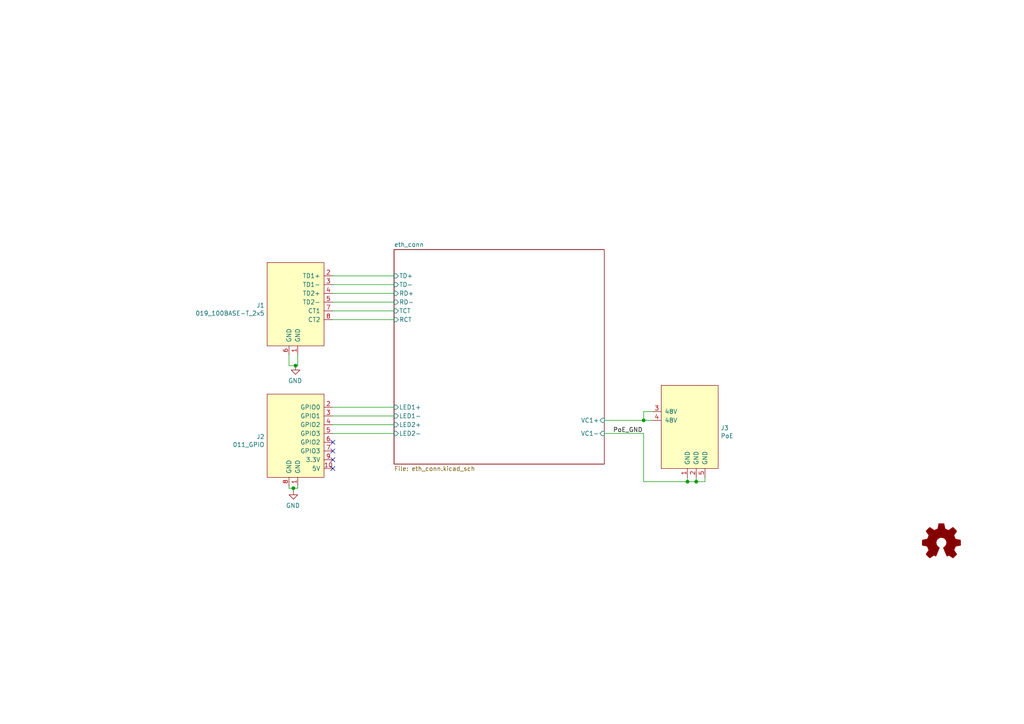
<source format=kicad_sch>
(kicad_sch (version 20211123) (generator eeschema)

  (uuid 57732dd3-1162-4c3f-88bd-31bf473d124d)

  (paper "A4")

  (lib_symbols
    (symbol "Graphic:Logo_Open_Hardware_Small" (pin_names (offset 1.016)) (in_bom yes) (on_board yes)
      (property "Reference" "#LOGO" (id 0) (at 0 6.985 0)
        (effects (font (size 1.27 1.27)) hide)
      )
      (property "Value" "Logo_Open_Hardware_Small" (id 1) (at 0 -5.715 0)
        (effects (font (size 1.27 1.27)) hide)
      )
      (property "Footprint" "" (id 2) (at 0 0 0)
        (effects (font (size 1.27 1.27)) hide)
      )
      (property "Datasheet" "~" (id 3) (at 0 0 0)
        (effects (font (size 1.27 1.27)) hide)
      )
      (property "ki_keywords" "Logo" (id 4) (at 0 0 0)
        (effects (font (size 1.27 1.27)) hide)
      )
      (property "ki_description" "Open Hardware logo, small" (id 5) (at 0 0 0)
        (effects (font (size 1.27 1.27)) hide)
      )
      (symbol "Logo_Open_Hardware_Small_0_1"
        (polyline
          (pts
            (xy 3.3528 -4.3434)
            (xy 3.302 -4.318)
            (xy 3.175 -4.2418)
            (xy 2.9972 -4.1148)
            (xy 2.7686 -3.9624)
            (xy 2.54 -3.81)
            (xy 2.3622 -3.7084)
            (xy 2.2352 -3.6068)
            (xy 2.1844 -3.5814)
            (xy 2.159 -3.6068)
            (xy 2.0574 -3.6576)
            (xy 1.905 -3.7338)
            (xy 1.8034 -3.7846)
            (xy 1.6764 -3.8354)
            (xy 1.6002 -3.8354)
            (xy 1.6002 -3.8354)
            (xy 1.5494 -3.7338)
            (xy 1.4732 -3.5306)
            (xy 1.3462 -3.302)
            (xy 1.2446 -3.0226)
            (xy 1.1176 -2.7178)
            (xy 0.9652 -2.413)
            (xy 0.8636 -2.1082)
            (xy 0.7366 -1.8288)
            (xy 0.6604 -1.6256)
            (xy 0.6096 -1.4732)
            (xy 0.5842 -1.397)
            (xy 0.5842 -1.397)
            (xy 0.6604 -1.3208)
            (xy 0.7874 -1.2446)
            (xy 1.0414 -1.016)
            (xy 1.2954 -0.6858)
            (xy 1.4478 -0.3302)
            (xy 1.524 0.0762)
            (xy 1.4732 0.4572)
            (xy 1.3208 0.8128)
            (xy 1.0668 1.143)
            (xy 0.762 1.3716)
            (xy 0.4064 1.524)
            (xy 0 1.5748)
            (xy -0.381 1.5494)
            (xy -0.7366 1.397)
            (xy -1.0668 1.143)
            (xy -1.2192 0.9906)
            (xy -1.397 0.6604)
            (xy -1.524 0.3048)
            (xy -1.524 0.2286)
            (xy -1.4986 -0.1778)
            (xy -1.397 -0.5334)
            (xy -1.1938 -0.8636)
            (xy -0.9144 -1.143)
            (xy -0.8636 -1.1684)
            (xy -0.7366 -1.27)
            (xy -0.635 -1.3462)
            (xy -0.5842 -1.397)
            (xy -1.0668 -2.5908)
            (xy -1.143 -2.794)
            (xy -1.2954 -3.1242)
            (xy -1.397 -3.4036)
            (xy -1.4986 -3.6322)
            (xy -1.5748 -3.7846)
            (xy -1.6002 -3.8354)
            (xy -1.6002 -3.8354)
            (xy -1.651 -3.8354)
            (xy -1.7272 -3.81)
            (xy -1.905 -3.7338)
            (xy -2.0066 -3.683)
            (xy -2.1336 -3.6068)
            (xy -2.2098 -3.5814)
            (xy -2.2606 -3.6068)
            (xy -2.3622 -3.683)
            (xy -2.54 -3.81)
            (xy -2.7686 -3.9624)
            (xy -2.9718 -4.0894)
            (xy -3.1496 -4.2164)
            (xy -3.302 -4.318)
            (xy -3.3528 -4.3434)
            (xy -3.3782 -4.3434)
            (xy -3.429 -4.318)
            (xy -3.5306 -4.2164)
            (xy -3.7084 -4.064)
            (xy -3.937 -3.8354)
            (xy -3.9624 -3.81)
            (xy -4.1656 -3.6068)
            (xy -4.318 -3.4544)
            (xy -4.4196 -3.3274)
            (xy -4.445 -3.2766)
            (xy -4.445 -3.2766)
            (xy -4.4196 -3.2258)
            (xy -4.318 -3.0734)
            (xy -4.2164 -2.8956)
            (xy -4.064 -2.667)
            (xy -3.6576 -2.0828)
            (xy -3.8862 -1.5494)
            (xy -3.937 -1.3716)
            (xy -4.0386 -1.1684)
            (xy -4.0894 -1.0414)
            (xy -4.1148 -0.9652)
            (xy -4.191 -0.9398)
            (xy -4.318 -0.9144)
            (xy -4.5466 -0.8636)
            (xy -4.8006 -0.8128)
            (xy -5.0546 -0.7874)
            (xy -5.2578 -0.7366)
            (xy -5.4356 -0.7112)
            (xy -5.5118 -0.6858)
            (xy -5.5118 -0.6858)
            (xy -5.5372 -0.635)
            (xy -5.5372 -0.5588)
            (xy -5.5372 -0.4318)
            (xy -5.5626 -0.2286)
            (xy -5.5626 0.0762)
            (xy -5.5626 0.127)
            (xy -5.5372 0.4064)
            (xy -5.5372 0.635)
            (xy -5.5372 0.762)
            (xy -5.5372 0.8382)
            (xy -5.5372 0.8382)
            (xy -5.461 0.8382)
            (xy -5.3086 0.889)
            (xy -5.08 0.9144)
            (xy -4.826 0.9652)
            (xy -4.8006 0.9906)
            (xy -4.5466 1.0414)
            (xy -4.318 1.0668)
            (xy -4.1656 1.1176)
            (xy -4.0894 1.143)
            (xy -4.0894 1.143)
            (xy -4.0386 1.2446)
            (xy -3.9624 1.4224)
            (xy -3.8608 1.6256)
            (xy -3.7846 1.8288)
            (xy -3.7084 2.0066)
            (xy -3.6576 2.159)
            (xy -3.6322 2.2098)
            (xy -3.6322 2.2098)
            (xy -3.683 2.286)
            (xy -3.7592 2.413)
            (xy -3.8862 2.5908)
            (xy -4.064 2.8194)
            (xy -4.064 2.8448)
            (xy -4.2164 3.0734)
            (xy -4.3434 3.2512)
            (xy -4.4196 3.3782)
            (xy -4.445 3.4544)
            (xy -4.445 3.4544)
            (xy -4.3942 3.5052)
            (xy -4.2926 3.6322)
            (xy -4.1148 3.81)
            (xy -3.937 4.0132)
            (xy -3.8608 4.064)
            (xy -3.6576 4.2926)
            (xy -3.5052 4.4196)
            (xy -3.4036 4.4958)
            (xy -3.3528 4.5212)
            (xy -3.3528 4.5212)
            (xy -3.302 4.4704)
            (xy -3.1496 4.3688)
            (xy -2.9718 4.2418)
            (xy -2.7432 4.0894)
            (xy -2.7178 4.0894)
            (xy -2.4892 3.937)
            (xy -2.3114 3.81)
            (xy -2.1844 3.7084)
            (xy -2.1336 3.683)
            (xy -2.1082 3.683)
            (xy -2.032 3.7084)
            (xy -1.8542 3.7592)
            (xy -1.6764 3.8354)
            (xy -1.4732 3.937)
            (xy -1.27 4.0132)
            (xy -1.143 4.064)
            (xy -1.0668 4.1148)
            (xy -1.0668 4.1148)
            (xy -1.0414 4.191)
            (xy -1.016 4.3434)
            (xy -0.9652 4.572)
            (xy -0.9144 4.8514)
            (xy -0.889 4.9022)
            (xy -0.8382 5.1562)
            (xy -0.8128 5.3848)
            (xy -0.7874 5.5372)
            (xy -0.762 5.588)
            (xy -0.7112 5.6134)
            (xy -0.5842 5.6134)
            (xy -0.4064 5.6134)
            (xy -0.1524 5.6134)
            (xy 0.0762 5.6134)
            (xy 0.3302 5.6134)
            (xy 0.5334 5.6134)
            (xy 0.6858 5.588)
            (xy 0.7366 5.588)
            (xy 0.7366 5.588)
            (xy 0.762 5.5118)
            (xy 0.8128 5.334)
            (xy 0.8382 5.1054)
            (xy 0.9144 4.826)
            (xy 0.9144 4.7752)
            (xy 0.9652 4.5212)
            (xy 1.016 4.2926)
            (xy 1.0414 4.1402)
            (xy 1.0668 4.0894)
            (xy 1.0668 4.0894)
            (xy 1.1938 4.0386)
            (xy 1.3716 3.9624)
            (xy 1.5748 3.8608)
            (xy 2.0828 3.6576)
            (xy 2.7178 4.0894)
            (xy 2.7686 4.1402)
            (xy 2.9972 4.2926)
            (xy 3.175 4.4196)
            (xy 3.302 4.4958)
            (xy 3.3782 4.5212)
            (xy 3.3782 4.5212)
            (xy 3.429 4.4704)
            (xy 3.556 4.3434)
            (xy 3.7338 4.191)
            (xy 3.9116 3.9878)
            (xy 4.064 3.8354)
            (xy 4.2418 3.6576)
            (xy 4.3434 3.556)
            (xy 4.4196 3.4798)
            (xy 4.4196 3.429)
            (xy 4.4196 3.4036)
            (xy 4.3942 3.3274)
            (xy 4.2926 3.2004)
            (xy 4.1656 2.9972)
            (xy 4.0132 2.794)
            (xy 3.8862 2.5908)
            (xy 3.7592 2.3876)
            (xy 3.6576 2.2352)
            (xy 3.6322 2.159)
            (xy 3.6322 2.1336)
            (xy 3.683 2.0066)
            (xy 3.7592 1.8288)
            (xy 3.8608 1.6002)
            (xy 4.064 1.1176)
            (xy 4.3942 1.0414)
            (xy 4.5974 1.016)
            (xy 4.8768 0.9652)
            (xy 5.1308 0.9144)
            (xy 5.5372 0.8382)
            (xy 5.5626 -0.6604)
            (xy 5.4864 -0.6858)
            (xy 5.4356 -0.6858)
            (xy 5.2832 -0.7366)
            (xy 5.0546 -0.762)
            (xy 4.8006 -0.8128)
            (xy 4.5974 -0.8636)
            (xy 4.3688 -0.9144)
            (xy 4.2164 -0.9398)
            (xy 4.1402 -0.9398)
            (xy 4.1148 -0.9652)
            (xy 4.064 -1.0668)
            (xy 3.9878 -1.2446)
            (xy 3.9116 -1.4478)
            (xy 3.81 -1.651)
            (xy 3.7338 -1.8542)
            (xy 3.683 -2.0066)
            (xy 3.6576 -2.0828)
            (xy 3.683 -2.1336)
            (xy 3.7846 -2.2606)
            (xy 3.8862 -2.4638)
            (xy 4.0386 -2.667)
            (xy 4.191 -2.8956)
            (xy 4.318 -3.0734)
            (xy 4.3942 -3.2004)
            (xy 4.445 -3.2766)
            (xy 4.4196 -3.3274)
            (xy 4.3434 -3.429)
            (xy 4.1656 -3.5814)
            (xy 3.937 -3.8354)
            (xy 3.8862 -3.8608)
            (xy 3.683 -4.064)
            (xy 3.5306 -4.2164)
            (xy 3.4036 -4.318)
            (xy 3.3528 -4.3434)
          )
          (stroke (width 0) (type default) (color 0 0 0 0))
          (fill (type outline))
        )
      )
    )
    (symbol "power:GND" (power) (pin_names (offset 0)) (in_bom yes) (on_board yes)
      (property "Reference" "#PWR" (id 0) (at 0 -6.35 0)
        (effects (font (size 1.27 1.27)) hide)
      )
      (property "Value" "GND" (id 1) (at 0 -3.81 0)
        (effects (font (size 1.27 1.27)))
      )
      (property "Footprint" "" (id 2) (at 0 0 0)
        (effects (font (size 1.27 1.27)) hide)
      )
      (property "Datasheet" "" (id 3) (at 0 0 0)
        (effects (font (size 1.27 1.27)) hide)
      )
      (property "ki_keywords" "power-flag" (id 4) (at 0 0 0)
        (effects (font (size 1.27 1.27)) hide)
      )
      (property "ki_description" "Power symbol creates a global label with name \"GND\" , ground" (id 5) (at 0 0 0)
        (effects (font (size 1.27 1.27)) hide)
      )
      (symbol "GND_0_1"
        (polyline
          (pts
            (xy 0 0)
            (xy 0 -1.27)
            (xy 1.27 -1.27)
            (xy 0 -2.54)
            (xy -1.27 -1.27)
            (xy 0 -1.27)
          )
          (stroke (width 0) (type default) (color 0 0 0 0))
          (fill (type none))
        )
      )
      (symbol "GND_1_1"
        (pin power_in line (at 0 0 270) (length 0) hide
          (name "GND" (effects (font (size 1.27 1.27))))
          (number "1" (effects (font (size 1.27 1.27))))
        )
      )
    )
    (symbol "put_on_edge:011_GPIO" (pin_names (offset 1.016)) (in_bom yes) (on_board yes)
      (property "Reference" "J" (id 0) (at -2.54 13.97 0)
        (effects (font (size 1.27 1.27)))
      )
      (property "Value" "011_GPIO" (id 1) (at 8.89 13.97 0)
        (effects (font (size 1.27 1.27)))
      )
      (property "Footprint" "" (id 2) (at 7.62 16.51 0)
        (effects (font (size 1.27 1.27)) hide)
      )
      (property "Datasheet" "" (id 3) (at 7.62 16.51 0)
        (effects (font (size 1.27 1.27)) hide)
      )
      (symbol "011_GPIO_0_1"
        (rectangle (start -8.89 12.7) (end 7.62 -11.43)
          (stroke (width 0) (type default) (color 0 0 0 0))
          (fill (type background))
        )
      )
      (symbol "011_GPIO_1_1"
        (pin power_in line (at -1.27 -13.97 90) (length 2.54)
          (name "GND" (effects (font (size 1.27 1.27))))
          (number "1" (effects (font (size 1.27 1.27))))
        )
        (pin power_in line (at -11.43 -8.89 0) (length 2.54)
          (name "5V" (effects (font (size 1.27 1.27))))
          (number "10" (effects (font (size 1.27 1.27))))
        )
        (pin bidirectional line (at -11.43 8.89 0) (length 2.54)
          (name "GPIO0" (effects (font (size 1.27 1.27))))
          (number "2" (effects (font (size 1.27 1.27))))
        )
        (pin bidirectional line (at -11.43 6.35 0) (length 2.54)
          (name "GPIO1" (effects (font (size 1.27 1.27))))
          (number "3" (effects (font (size 1.27 1.27))))
        )
        (pin bidirectional line (at -11.43 3.81 0) (length 2.54)
          (name "GPIO2" (effects (font (size 1.27 1.27))))
          (number "4" (effects (font (size 1.27 1.27))))
        )
        (pin bidirectional line (at -11.43 1.27 0) (length 2.54)
          (name "GPIO3" (effects (font (size 1.27 1.27))))
          (number "5" (effects (font (size 1.27 1.27))))
        )
        (pin bidirectional line (at -11.43 -1.27 0) (length 2.54)
          (name "GPIO2" (effects (font (size 1.27 1.27))))
          (number "6" (effects (font (size 1.27 1.27))))
        )
        (pin bidirectional line (at -11.43 -3.81 0) (length 2.54)
          (name "GPIO3" (effects (font (size 1.27 1.27))))
          (number "7" (effects (font (size 1.27 1.27))))
        )
        (pin power_in line (at 1.27 -13.97 90) (length 2.54)
          (name "GND" (effects (font (size 1.27 1.27))))
          (number "8" (effects (font (size 1.27 1.27))))
        )
        (pin power_in line (at -11.43 -6.35 0) (length 2.54)
          (name "3.3V" (effects (font (size 1.27 1.27))))
          (number "9" (effects (font (size 1.27 1.27))))
        )
      )
    )
    (symbol "put_on_edge:013_PoE_rectified" (pin_names (offset 1.016)) (in_bom yes) (on_board yes)
      (property "Reference" "J" (id 0) (at -2.54 13.97 0)
        (effects (font (size 1.27 1.27)))
      )
      (property "Value" "013_PoE_rectified" (id 1) (at 8.89 13.97 0)
        (effects (font (size 1.27 1.27)))
      )
      (property "Footprint" "" (id 2) (at 7.62 16.51 0)
        (effects (font (size 1.27 1.27)) hide)
      )
      (property "Datasheet" "" (id 3) (at 7.62 16.51 0)
        (effects (font (size 1.27 1.27)) hide)
      )
      (symbol "013_PoE_rectified_0_1"
        (rectangle (start -8.89 12.7) (end 7.62 -11.43)
          (stroke (width 0) (type default) (color 0 0 0 0))
          (fill (type background))
        )
      )
      (symbol "013_PoE_rectified_1_1"
        (pin power_in line (at -1.27 -13.97 90) (length 2.54)
          (name "GND" (effects (font (size 1.27 1.27))))
          (number "1" (effects (font (size 1.27 1.27))))
        )
        (pin power_in line (at 1.27 -13.97 90) (length 2.54)
          (name "GND" (effects (font (size 1.27 1.27))))
          (number "2" (effects (font (size 1.27 1.27))))
        )
        (pin bidirectional line (at -11.43 5.08 0) (length 2.54)
          (name "48V" (effects (font (size 1.27 1.27))))
          (number "3" (effects (font (size 1.27 1.27))))
        )
        (pin bidirectional line (at -11.43 2.54 0) (length 2.54)
          (name "48V" (effects (font (size 1.27 1.27))))
          (number "4" (effects (font (size 1.27 1.27))))
        )
        (pin power_in line (at 3.81 -13.97 90) (length 2.54)
          (name "GND" (effects (font (size 1.27 1.27))))
          (number "5" (effects (font (size 1.27 1.27))))
        )
      )
    )
    (symbol "put_on_edge:019_100BASE-T_with_CT" (pin_names (offset 1.016)) (in_bom yes) (on_board yes)
      (property "Reference" "J" (id 0) (at -2.54 13.97 0)
        (effects (font (size 1.27 1.27)))
      )
      (property "Value" "019_100BASE-T_with_CT" (id 1) (at 8.89 13.97 0)
        (effects (font (size 1.27 1.27)))
      )
      (property "Footprint" "" (id 2) (at 7.62 16.51 0)
        (effects (font (size 1.27 1.27)) hide)
      )
      (property "Datasheet" "" (id 3) (at 7.62 16.51 0)
        (effects (font (size 1.27 1.27)) hide)
      )
      (symbol "019_100BASE-T_with_CT_0_1"
        (rectangle (start -8.89 12.7) (end 7.62 -11.43)
          (stroke (width 0) (type default) (color 0 0 0 0))
          (fill (type background))
        )
      )
      (symbol "019_100BASE-T_with_CT_1_1"
        (pin power_in line (at -1.27 -13.97 90) (length 2.54)
          (name "GND" (effects (font (size 1.27 1.27))))
          (number "1" (effects (font (size 1.27 1.27))))
        )
        (pin bidirectional line (at -11.43 8.89 0) (length 2.54)
          (name "TD1+" (effects (font (size 1.27 1.27))))
          (number "2" (effects (font (size 1.27 1.27))))
        )
        (pin bidirectional line (at -11.43 6.35 0) (length 2.54)
          (name "TD1-" (effects (font (size 1.27 1.27))))
          (number "3" (effects (font (size 1.27 1.27))))
        )
        (pin bidirectional line (at -11.43 3.81 0) (length 2.54)
          (name "TD2+" (effects (font (size 1.27 1.27))))
          (number "4" (effects (font (size 1.27 1.27))))
        )
        (pin bidirectional line (at -11.43 1.27 0) (length 2.54)
          (name "TD2-" (effects (font (size 1.27 1.27))))
          (number "5" (effects (font (size 1.27 1.27))))
        )
        (pin power_in line (at 1.27 -13.97 90) (length 2.54)
          (name "GND" (effects (font (size 1.27 1.27))))
          (number "6" (effects (font (size 1.27 1.27))))
        )
        (pin bidirectional line (at -11.43 -1.27 0) (length 2.54)
          (name "CT1" (effects (font (size 1.27 1.27))))
          (number "7" (effects (font (size 1.27 1.27))))
        )
        (pin bidirectional line (at -11.43 -3.81 0) (length 2.54)
          (name "CT2" (effects (font (size 1.27 1.27))))
          (number "8" (effects (font (size 1.27 1.27))))
        )
      )
    )
  )

  (junction (at 201.93 139.7) (diameter 0) (color 0 0 0 0)
    (uuid 127a55b5-50a4-4838-a06f-c525f10b57bb)
  )
  (junction (at 85.725 106.045) (diameter 0) (color 0 0 0 0)
    (uuid 5aafcf01-fb3f-49fb-8941-2033b31b88b8)
  )
  (junction (at 199.39 139.7) (diameter 0) (color 0 0 0 0)
    (uuid a852a358-d368-44e6-892e-8eae9a913b93)
  )
  (junction (at 85.09 141.605) (diameter 0) (color 0 0 0 0)
    (uuid bba6d678-eacf-40ae-bce5-b77fe64432f8)
  )
  (junction (at 186.69 121.92) (diameter 0) (color 0 0 0 0)
    (uuid d27cccc5-cd8c-4e97-a76c-b1f7859d0d94)
  )

  (no_connect (at 96.52 130.81) (uuid 2354a85d-9ced-45cf-a69f-21e777b9790d))
  (no_connect (at 96.52 133.35) (uuid 84126f56-7be8-4ea9-8395-faddfcdcf13b))
  (no_connect (at 96.52 128.27) (uuid af2ab361-80e3-4ec8-bc32-e1ab28bd39f5))
  (no_connect (at 96.52 135.89) (uuid c705a860-44c2-4a67-9ebc-5e816b24a852))

  (wire (pts (xy 96.52 92.71) (xy 114.3 92.71))
    (stroke (width 0) (type default) (color 0 0 0 0))
    (uuid 117e5a9b-c8ea-4cc6-92cb-64f90249bc62)
  )
  (wire (pts (xy 186.69 121.92) (xy 189.23 121.92))
    (stroke (width 0) (type default) (color 0 0 0 0))
    (uuid 124d9087-8221-4229-adb6-2ae670030fda)
  )
  (wire (pts (xy 186.69 125.73) (xy 175.26 125.73))
    (stroke (width 0) (type default) (color 0 0 0 0))
    (uuid 2b13f983-316a-4842-8331-4553da079739)
  )
  (wire (pts (xy 96.52 90.17) (xy 114.3 90.17))
    (stroke (width 0) (type default) (color 0 0 0 0))
    (uuid 2ddc3e7e-797b-49e1-afb6-7125b9aad27e)
  )
  (wire (pts (xy 96.52 87.63) (xy 114.3 87.63))
    (stroke (width 0) (type default) (color 0 0 0 0))
    (uuid 2de0d24e-0737-44b1-864d-8f036c4b90b3)
  )
  (wire (pts (xy 199.39 139.7) (xy 199.39 138.43))
    (stroke (width 0) (type default) (color 0 0 0 0))
    (uuid 2ebb0f11-0d70-49f0-b7df-d36eb71eb548)
  )
  (wire (pts (xy 83.82 102.87) (xy 83.82 106.045))
    (stroke (width 0) (type default) (color 0 0 0 0))
    (uuid 325087db-cfae-4612-b7b2-c9211bd1709c)
  )
  (wire (pts (xy 85.09 142.24) (xy 85.09 141.605))
    (stroke (width 0) (type default) (color 0 0 0 0))
    (uuid 35d95c6d-a2ab-4a13-b647-61ec6615ae02)
  )
  (wire (pts (xy 85.09 141.605) (xy 83.82 141.605))
    (stroke (width 0) (type default) (color 0 0 0 0))
    (uuid 4f6f2117-5057-48d9-a129-5266c8e9b374)
  )
  (wire (pts (xy 96.52 82.55) (xy 114.3 82.55))
    (stroke (width 0) (type default) (color 0 0 0 0))
    (uuid 57215775-2704-421e-96b3-58c51c8d898c)
  )
  (wire (pts (xy 175.26 121.92) (xy 186.69 121.92))
    (stroke (width 0) (type default) (color 0 0 0 0))
    (uuid 5d43f098-10db-4ca7-b26b-a0a405235fe6)
  )
  (wire (pts (xy 204.47 138.43) (xy 204.47 139.7))
    (stroke (width 0) (type default) (color 0 0 0 0))
    (uuid 5e04b27d-f21f-409e-af05-cf710c7e391e)
  )
  (wire (pts (xy 201.93 139.7) (xy 201.93 138.43))
    (stroke (width 0) (type default) (color 0 0 0 0))
    (uuid 621b63e1-17e4-40d1-845b-caa12c4c9fc0)
  )
  (wire (pts (xy 86.36 106.045) (xy 85.725 106.045))
    (stroke (width 0) (type default) (color 0 0 0 0))
    (uuid 67f7798b-045b-4007-be3a-6e7451482cc3)
  )
  (wire (pts (xy 86.36 102.87) (xy 86.36 106.045))
    (stroke (width 0) (type default) (color 0 0 0 0))
    (uuid 730554a3-e1d9-4903-8841-e327a0167d32)
  )
  (wire (pts (xy 96.52 125.73) (xy 114.3 125.73))
    (stroke (width 0) (type default) (color 0 0 0 0))
    (uuid 845388ac-66ac-40a4-817a-e869afcf261d)
  )
  (wire (pts (xy 186.69 139.7) (xy 186.69 125.73))
    (stroke (width 0) (type default) (color 0 0 0 0))
    (uuid 85e234c8-b169-42ff-b48f-c6072decee94)
  )
  (wire (pts (xy 204.47 139.7) (xy 201.93 139.7))
    (stroke (width 0) (type default) (color 0 0 0 0))
    (uuid 87d0b72c-129b-4f4a-97ee-ca3771905a9b)
  )
  (wire (pts (xy 83.82 141.605) (xy 83.82 140.97))
    (stroke (width 0) (type default) (color 0 0 0 0))
    (uuid 8902355f-a283-417b-a56e-7486a74deea3)
  )
  (wire (pts (xy 201.93 139.7) (xy 199.39 139.7))
    (stroke (width 0) (type default) (color 0 0 0 0))
    (uuid 9025fcc2-eff0-460c-bd48-990c14e09005)
  )
  (wire (pts (xy 96.52 118.11) (xy 114.3 118.11))
    (stroke (width 0) (type default) (color 0 0 0 0))
    (uuid 994ac788-4a84-4463-ab76-dd6b1c5a3a7b)
  )
  (wire (pts (xy 86.36 141.605) (xy 85.09 141.605))
    (stroke (width 0) (type default) (color 0 0 0 0))
    (uuid a5ca22b4-fe07-4db3-a818-5c8352349e8e)
  )
  (wire (pts (xy 186.69 121.92) (xy 186.69 119.38))
    (stroke (width 0) (type default) (color 0 0 0 0))
    (uuid aa68af98-2cf9-4c64-8fb4-e727c8f15732)
  )
  (wire (pts (xy 96.52 123.19) (xy 114.3 123.19))
    (stroke (width 0) (type default) (color 0 0 0 0))
    (uuid ba23f3b1-fbef-4a43-aed0-7d814490fbfb)
  )
  (wire (pts (xy 186.69 119.38) (xy 189.23 119.38))
    (stroke (width 0) (type default) (color 0 0 0 0))
    (uuid c485a92b-13fb-4e12-93f7-38702fd431c1)
  )
  (wire (pts (xy 199.39 139.7) (xy 186.69 139.7))
    (stroke (width 0) (type default) (color 0 0 0 0))
    (uuid c4fbeb37-858d-4e14-b6d4-6c0c35df3862)
  )
  (wire (pts (xy 96.52 80.01) (xy 114.3 80.01))
    (stroke (width 0) (type default) (color 0 0 0 0))
    (uuid ccb9f56d-ea3e-4f92-87d4-a76d15478d8b)
  )
  (wire (pts (xy 86.36 140.97) (xy 86.36 141.605))
    (stroke (width 0) (type default) (color 0 0 0 0))
    (uuid d6d8ac55-9656-43fe-82e9-3f1e57d84407)
  )
  (wire (pts (xy 85.725 106.045) (xy 83.82 106.045))
    (stroke (width 0) (type default) (color 0 0 0 0))
    (uuid f13f3882-b110-4d39-9986-6b7e7b0b235f)
  )
  (wire (pts (xy 96.52 120.65) (xy 114.3 120.65))
    (stroke (width 0) (type default) (color 0 0 0 0))
    (uuid f91374b4-10cd-4c7a-8891-a3d0af71bd95)
  )
  (wire (pts (xy 96.52 85.09) (xy 114.3 85.09))
    (stroke (width 0) (type default) (color 0 0 0 0))
    (uuid ff688d75-0e3e-4fb8-9ad4-6fdf06b815d7)
  )

  (label "PoE_GND" (at 177.8 125.73 0)
    (effects (font (size 1.27 1.27)) (justify left bottom))
    (uuid 6b6da605-d3f3-4eca-a2e6-ba949735cf8d)
  )

  (symbol (lib_id "put_on_edge:019_100BASE-T_with_CT") (at 85.09 88.9 0) (mirror y) (unit 1)
    (in_bom yes) (on_board yes)
    (uuid 36426c34-0860-4141-ab49-8355065598f0)
    (property "Reference" "J1" (id 0) (at 76.7588 88.5698 0)
      (effects (font (size 1.27 1.27)) (justify left))
    )
    (property "Value" "019_100BASE-T_2x5" (id 1) (at 76.7588 90.8812 0)
      (effects (font (size 1.27 1.27)) (justify left))
    )
    (property "Footprint" "on_edge:on_edge_2x05_device" (id 2) (at 77.47 72.39 0)
      (effects (font (size 1.27 1.27)) hide)
    )
    (property "Datasheet" "" (id 3) (at 77.47 72.39 0)
      (effects (font (size 1.27 1.27)) hide)
    )
    (pin "1" (uuid 0d6c356e-dd77-4fd4-a739-d5f83bfa8d1f))
    (pin "2" (uuid 03ca9324-0133-4d68-a755-2fef725b3ee7))
    (pin "3" (uuid 6d41b503-1a7b-4873-80fc-542e219a87cd))
    (pin "4" (uuid 61d87ebf-c32d-4e41-a293-49890117e2d8))
    (pin "5" (uuid 5c9de6f3-dbee-48fd-bd02-fa7e2d78cbbc))
    (pin "6" (uuid b55d691c-03c2-41ac-865e-c24d1d7fe597))
    (pin "7" (uuid e2081140-bb87-4c00-8554-066727eac1ea))
    (pin "8" (uuid 376aa9c9-8f75-4917-b5cb-2c9a127ec247))
  )

  (symbol (lib_id "power:GND") (at 85.09 142.24 0) (mirror y) (unit 1)
    (in_bom yes) (on_board yes)
    (uuid 3eddb795-dd49-4019-96a8-75e65ea1a268)
    (property "Reference" "#PWR0101" (id 0) (at 85.09 148.59 0)
      (effects (font (size 1.27 1.27)) hide)
    )
    (property "Value" "GND" (id 1) (at 84.963 146.6342 0))
    (property "Footprint" "" (id 2) (at 85.09 142.24 0)
      (effects (font (size 1.27 1.27)) hide)
    )
    (property "Datasheet" "" (id 3) (at 85.09 142.24 0)
      (effects (font (size 1.27 1.27)) hide)
    )
    (pin "1" (uuid 2e1363a7-d251-499d-b717-bfaafdbd9233))
  )

  (symbol (lib_id "put_on_edge:013_PoE_rectified") (at 200.66 124.46 0) (unit 1)
    (in_bom yes) (on_board yes)
    (uuid 6be6e038-969d-4ffb-9913-09142fb5930f)
    (property "Reference" "J3" (id 0) (at 208.9912 124.1298 0)
      (effects (font (size 1.27 1.27)) (justify left))
    )
    (property "Value" "PoE" (id 1) (at 208.9912 126.4412 0)
      (effects (font (size 1.27 1.27)) (justify left))
    )
    (property "Footprint" "on_edge:on_edge_2x05_host" (id 2) (at 208.28 107.95 0)
      (effects (font (size 1.27 1.27)) hide)
    )
    (property "Datasheet" "" (id 3) (at 208.28 107.95 0)
      (effects (font (size 1.27 1.27)) hide)
    )
    (pin "1" (uuid c23dd4a1-6a70-4646-be08-33baed305e08))
    (pin "2" (uuid 1690c972-40cf-4155-82d7-cd506fd9c3fa))
    (pin "3" (uuid d3304ef0-27d0-4344-8967-41e2acc056fc))
    (pin "4" (uuid 3bba7aa0-f36d-45c7-b8c8-dcc3cf7348c0))
    (pin "5" (uuid 6d703a6d-44de-48ee-8e20-60fdbfcf3c16))
  )

  (symbol (lib_id "Graphic:Logo_Open_Hardware_Small") (at 273.05 157.48 0) (unit 1)
    (in_bom yes) (on_board yes) (fields_autoplaced)
    (uuid b72b6f4a-7489-40f2-bb90-d75ae01aa368)
    (property "Reference" "LOGO1" (id 0) (at 273.05 150.495 0)
      (effects (font (size 1.27 1.27)) hide)
    )
    (property "Value" "Logo_Open_Hardware_Small" (id 1) (at 273.05 163.195 0)
      (effects (font (size 1.27 1.27)) hide)
    )
    (property "Footprint" "Symbol:OSHW-Symbol_6.7x6mm_SilkScreen" (id 2) (at 273.05 157.48 0)
      (effects (font (size 1.27 1.27)) hide)
    )
    (property "Datasheet" "~" (id 3) (at 273.05 157.48 0)
      (effects (font (size 1.27 1.27)) hide)
    )
  )

  (symbol (lib_id "put_on_edge:011_GPIO") (at 85.09 127 0) (mirror y) (unit 1)
    (in_bom yes) (on_board yes)
    (uuid d14fe22e-fe77-47cc-8ed5-bd3f571f9cb2)
    (property "Reference" "J2" (id 0) (at 76.7588 126.6698 0)
      (effects (font (size 1.27 1.27)) (justify left))
    )
    (property "Value" "011_GPIO" (id 1) (at 76.7588 128.9812 0)
      (effects (font (size 1.27 1.27)) (justify left))
    )
    (property "Footprint" "on_edge:on_edge_2x05_device" (id 2) (at 77.47 110.49 0)
      (effects (font (size 1.27 1.27)) hide)
    )
    (property "Datasheet" "" (id 3) (at 77.47 110.49 0)
      (effects (font (size 1.27 1.27)) hide)
    )
    (pin "1" (uuid 95b6abbc-064e-4275-ae6c-2139a8e67ab5))
    (pin "10" (uuid af1be7ac-ecaa-483b-82c9-48c8e183c8b5))
    (pin "2" (uuid 45ffc31e-acac-472c-8dc3-f7c5a22a4ccc))
    (pin "3" (uuid d4f3b3b6-a68c-4d95-9b6a-c29a0a7cf0fb))
    (pin "4" (uuid 3883873f-8da3-4c87-a3e0-d6e19a80d1b1))
    (pin "5" (uuid 48dc9e94-e5a2-4d8e-87e1-daab07f98212))
    (pin "6" (uuid b237ef0b-479d-4b12-bcc8-e3fe94173a3c))
    (pin "7" (uuid 0e97ae09-f1ca-448b-b2d9-7bfa4706fb71))
    (pin "8" (uuid 66b2b99c-51c6-4fb6-bd15-b270549570c8))
    (pin "9" (uuid b19a6830-2bc1-4a7f-bfed-bb1825cf12c4))
  )

  (symbol (lib_id "power:GND") (at 85.725 106.045 0) (mirror y) (unit 1)
    (in_bom yes) (on_board yes)
    (uuid ef32577b-dc91-4572-90e6-1264ff8e5fa9)
    (property "Reference" "#PWR0102" (id 0) (at 85.725 112.395 0)
      (effects (font (size 1.27 1.27)) hide)
    )
    (property "Value" "GND" (id 1) (at 85.598 110.4392 0))
    (property "Footprint" "" (id 2) (at 85.725 106.045 0)
      (effects (font (size 1.27 1.27)) hide)
    )
    (property "Datasheet" "" (id 3) (at 85.725 106.045 0)
      (effects (font (size 1.27 1.27)) hide)
    )
    (pin "1" (uuid bf0bd1dd-097a-41bd-a78b-71b4fd7140dc))
  )

  (sheet (at 114.3 72.39) (size 60.96 62.23) (fields_autoplaced)
    (stroke (width 0.1524) (type solid) (color 0 0 0 0))
    (fill (color 0 0 0 0.0000))
    (uuid 767ce4c6-0e55-4543-92f0-34cb8237a544)
    (property "Sheet name" "eth_conn" (id 0) (at 114.3 71.6784 0)
      (effects (font (size 1.27 1.27)) (justify left bottom))
    )
    (property "Sheet file" "eth_conn.kicad_sch" (id 1) (at 114.3 135.2046 0)
      (effects (font (size 1.27 1.27)) (justify left top))
    )
    (pin "LED2-" input (at 114.3 125.73 180)
      (effects (font (size 1.27 1.27)) (justify left))
      (uuid 08ff133b-1b11-4ecd-b163-77703ef23301)
    )
    (pin "LED2+" input (at 114.3 123.19 180)
      (effects (font (size 1.27 1.27)) (justify left))
      (uuid 83eb1272-da36-479b-a269-f5b6491ed485)
    )
    (pin "LED1-" input (at 114.3 120.65 180)
      (effects (font (size 1.27 1.27)) (justify left))
      (uuid 97ecb429-1099-4928-bc23-34ac22e63bfb)
    )
    (pin "LED1+" input (at 114.3 118.11 180)
      (effects (font (size 1.27 1.27)) (justify left))
      (uuid b44899bf-ce76-410c-a8c8-3ade97bb63e6)
    )
    (pin "TD+" input (at 114.3 80.01 180)
      (effects (font (size 1.27 1.27)) (justify left))
      (uuid 7b090e5f-5f7f-4201-aa05-a18c15e20c54)
    )
    (pin "TCT" input (at 114.3 90.17 180)
      (effects (font (size 1.27 1.27)) (justify left))
      (uuid 4dc39835-7192-48a6-920e-25dc32b4a77c)
    )
    (pin "TD-" input (at 114.3 82.55 180)
      (effects (font (size 1.27 1.27)) (justify left))
      (uuid e0ade548-eb4d-4542-9bef-310282664df6)
    )
    (pin "RD+" input (at 114.3 85.09 180)
      (effects (font (size 1.27 1.27)) (justify left))
      (uuid b2ce81a8-4b95-4ea1-89ed-70558f6fc8dd)
    )
    (pin "RCT" input (at 114.3 92.71 180)
      (effects (font (size 1.27 1.27)) (justify left))
      (uuid 85145e21-0fcb-4360-9a42-b7d784111221)
    )
    (pin "RD-" input (at 114.3 87.63 180)
      (effects (font (size 1.27 1.27)) (justify left))
      (uuid fb09a261-1e40-4d41-b444-c54d7d33848a)
    )
    (pin "VC1+" input (at 175.26 121.92 0)
      (effects (font (size 1.27 1.27)) (justify right))
      (uuid 41f30280-9465-4a01-909e-cc022e513db6)
    )
    (pin "VC1-" input (at 175.26 125.73 0)
      (effects (font (size 1.27 1.27)) (justify right))
      (uuid e1131220-307a-477d-833f-116430bc68b6)
    )
  )

  (sheet_instances
    (path "/" (page "1"))
    (path "/767ce4c6-0e55-4543-92f0-34cb8237a544" (page "2"))
  )

  (symbol_instances
    (path "/3eddb795-dd49-4019-96a8-75e65ea1a268"
      (reference "#PWR0101") (unit 1) (value "GND") (footprint "")
    )
    (path "/ef32577b-dc91-4572-90e6-1264ff8e5fa9"
      (reference "#PWR0102") (unit 1) (value "GND") (footprint "")
    )
    (path "/36426c34-0860-4141-ab49-8355065598f0"
      (reference "J1") (unit 1) (value "019_100BASE-T_2x5") (footprint "on_edge:on_edge_2x05_device")
    )
    (path "/d14fe22e-fe77-47cc-8ed5-bd3f571f9cb2"
      (reference "J2") (unit 1) (value "011_GPIO") (footprint "on_edge:on_edge_2x05_device")
    )
    (path "/6be6e038-969d-4ffb-9913-09142fb5930f"
      (reference "J3") (unit 1) (value "PoE") (footprint "on_edge:on_edge_2x05_host")
    )
    (path "/b72b6f4a-7489-40f2-bb90-d75ae01aa368"
      (reference "LOGO1") (unit 1) (value "Logo_Open_Hardware_Small") (footprint "Symbol:OSHW-Symbol_6.7x6mm_SilkScreen")
    )
    (path "/767ce4c6-0e55-4543-92f0-34cb8237a544/0ae3c264-b6de-4c35-a484-a4dcc2ed14d6"
      (reference "R1") (unit 1) (value "330R") (footprint "Resistor_SMD:R_0603_1608Metric")
    )
    (path "/767ce4c6-0e55-4543-92f0-34cb8237a544/b9232c6d-0c08-473e-b38f-c107248d5832"
      (reference "R2") (unit 1) (value "330R") (footprint "Resistor_SMD:R_0603_1608Metric")
    )
    (path "/767ce4c6-0e55-4543-92f0-34cb8237a544/f31e603f-071b-4d3e-bca9-44c0f7041dcf"
      (reference "U1") (unit 1) (value "7499211121A") (footprint "b004:7499211121A")
    )
  )
)

</source>
